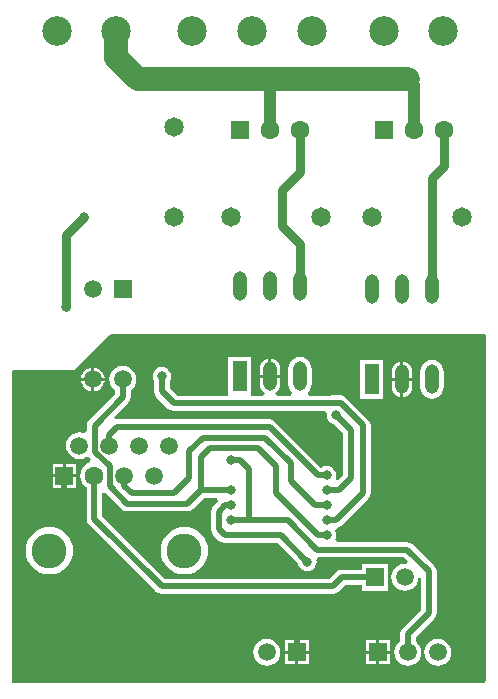
<source format=gbr>
%FSDAX24Y24*%
%MOIN*%
%SFA1B1*%

%IPPOS*%
%ADD16C,0.039400*%
%ADD17C,0.030000*%
%ADD18C,0.020000*%
%ADD19C,0.078700*%
%ADD20R,0.059100X0.059100*%
%ADD21C,0.059100*%
%ADD22R,0.059100X0.059100*%
%ADD23C,0.098400*%
%ADD24C,0.065000*%
%ADD25O,0.047200X0.098400*%
%ADD26R,0.047200X0.098400*%
%ADD27C,0.063000*%
%ADD28R,0.063000X0.063000*%
%ADD29C,0.116100*%
%ADD30C,0.063000*%
%ADD31C,0.059100*%
%ADD32R,0.059100X0.059100*%
%ADD33C,0.031500*%
%ADD37C,0.010000*%
%ADD62C,0.005000*%
%LNde-060418_copper_signal_bot-1*%
%LPD*%
G54D62*
X015775Y000062D02*
X015737Y000025D01*
X000024*
X000025Y010375*
X002110*
X003310Y011575*
X015775*
Y000062*
G54D37*
X015725Y000083D02*
X015716Y000075D01*
X000074*
Y010325*
X002131*
X003331Y011525*
X015725*
Y000083*
G54D18*
X015625Y000124D02*
X015675Y000175D01*
X000174*
Y010225*
X002172*
X003372Y011425*
X015625*
Y000124*
X000180Y000230D02*
X015570D01*
X000180Y000430D02*
X015570D01*
X000180Y000630D02*
X015570D01*
X000180Y000830D02*
X015570D01*
X000180Y001030D02*
X015570D01*
X000180Y001230D02*
X015570D01*
X000180Y001430D02*
X015570D01*
X000180Y001630D02*
X015570D01*
X000180Y001830D02*
X015570D01*
X000180Y002030D02*
X015570D01*
X000180Y002230D02*
X015570D01*
X000180Y002430D02*
X015570D01*
X000180Y002630D02*
X015570D01*
X000180Y002830D02*
X015570D01*
X000180Y003030D02*
X015570D01*
X000180Y003230D02*
X015570D01*
X000180Y003430D02*
X015570D01*
X000180Y003630D02*
X015570D01*
X000180Y003830D02*
X015570D01*
X000180Y004030D02*
X015570D01*
X000180Y004230D02*
X015570D01*
X000180Y004430D02*
X015570D01*
X000180Y004630D02*
X015570D01*
X000180Y004830D02*
X015570D01*
X000180Y005030D02*
X015570D01*
X000180Y005230D02*
X015570D01*
X000180Y005430D02*
X015570D01*
X000180Y005630D02*
X015570D01*
X000180Y005830D02*
X015570D01*
X000180Y006030D02*
X015570D01*
X000180Y006230D02*
X015570D01*
X000180Y006430D02*
X015570D01*
X000180Y006630D02*
X015570D01*
X000180Y006830D02*
X015570D01*
X000180Y007030D02*
X015570D01*
X000180Y007230D02*
X015570D01*
X000180Y007430D02*
X015570D01*
X000180Y007630D02*
X015570D01*
X000180Y007830D02*
X015570D01*
X000180Y008030D02*
X015570D01*
X000180Y008230D02*
X015570D01*
X000180Y008430D02*
X015570D01*
X000180Y008630D02*
X015570D01*
X000180Y008830D02*
X015570D01*
X000180Y009030D02*
X015570D01*
X000180Y009230D02*
X015570D01*
X000180Y009430D02*
X015570D01*
X000180Y009630D02*
X015570D01*
X000180Y009830D02*
X015570D01*
X000180Y010030D02*
X015570D01*
X002230Y010230D02*
X015570D01*
X002430Y010430D02*
X015570D01*
X002630Y010630D02*
X015570D01*
X002830Y010830D02*
X015570D01*
X003030Y011030D02*
X015570D01*
X003230Y011230D02*
X015570D01*
%LNde-060418_copper_signal_bot-2*%
%LPC*%
G36*
X012595Y001395D02*
X012250D01*
Y001050*
X012595*
Y001395*
G37*
G36*
X012150D02*
X011805D01*
Y001050*
X012150*
Y001395*
G37*
G36*
X009895D02*
X009550D01*
Y001050*
X009895*
Y001395*
G37*
G36*
X001250Y005183D02*
X001095Y005168D01*
X000946Y005123*
X000809Y005049*
X000689Y004951*
X000590Y004830*
X000517Y004693*
X000472Y004544*
X000456Y004390*
X000472Y004235*
X000517Y004086*
X000590Y003949*
X000689Y003828*
X000809Y003730*
X000946Y003656*
X001095Y003611*
X001250Y003596*
X001405Y003611*
X001554Y003656*
X001691Y003730*
X001811Y003828*
X001910Y003949*
X001983Y004086*
X002028Y004235*
X002044Y004390*
X002028Y004544*
X001983Y004693*
X001910Y004830*
X001811Y004951*
X001691Y005049*
X001554Y005123*
X001405Y005168*
X001250Y005183*
G37*
G36*
X002145Y006840D02*
X001800D01*
Y006494*
X002145*
Y006840*
G37*
G36*
X001700D02*
X001355D01*
Y006494*
X001700*
Y006840*
G37*
G36*
X005750Y005183D02*
X005595Y005168D01*
X005446Y005123*
X005309Y005049*
X005189Y004951*
X005090Y004830*
X005017Y004693*
X004972Y004544*
X004956Y004390*
X004972Y004235*
X005017Y004086*
X005090Y003949*
X005189Y003828*
X005309Y003730*
X005446Y003656*
X005595Y003611*
X005750Y003596*
X005905Y003611*
X006054Y003656*
X006191Y003730*
X006311Y003828*
X006410Y003949*
X006483Y004086*
X006528Y004235*
X006544Y004390*
X006528Y004544*
X006483Y004693*
X006410Y004830*
X006311Y004951*
X006191Y005049*
X006054Y005123*
X005905Y005168*
X005750Y005183*
G37*
G36*
X009450Y000950D02*
X009105D01*
Y000605*
X009450*
Y000950*
G37*
G36*
X014200Y001449D02*
X014084Y001434D01*
X013975Y001389*
X013882Y001318*
X013811Y001225*
X013766Y001116*
X013751Y001000*
X013766Y000884*
X013811Y000775*
X013882Y000682*
X013975Y000611*
X014084Y000566*
X014200Y000551*
X014316Y000566*
X014425Y000611*
X014518Y000682*
X014589Y000775*
X014634Y000884*
X014649Y001000*
X014634Y001116*
X014589Y001225*
X014518Y001318*
X014425Y001389*
X014316Y001434*
X014200Y001449*
G37*
G36*
X008500D02*
X008384Y001434D01*
X008275Y001389*
X008182Y001318*
X008111Y001225*
X008066Y001116*
X008051Y001000*
X008066Y000884*
X008111Y000775*
X008182Y000682*
X008275Y000611*
X008384Y000566*
X008500Y000551*
X008616Y000566*
X008725Y000611*
X008818Y000682*
X008889Y000775*
X008934Y000884*
X008949Y001000*
X008934Y001116*
X008889Y001225*
X008818Y001318*
X008725Y001389*
X008616Y001434*
X008500Y001449*
G37*
G36*
X009895Y000950D02*
X009550D01*
Y000605*
X009895*
Y000950*
G37*
G36*
X009450Y001395D02*
X009105D01*
Y001050*
X009450*
Y001395*
G37*
G36*
X012595Y000950D02*
X012250D01*
Y000605*
X012595*
Y000950*
G37*
G36*
X012150D02*
X011805D01*
Y000605*
X012150*
Y000950*
G37*
G36*
X002750Y010492D02*
Y010150D01*
X003092*
X003085Y010203*
X003045Y010299*
X002982Y010382*
X002899Y010445*
X002803Y010485*
X002750Y010492*
G37*
G36*
X002650D02*
X002597Y010485D01*
X002501Y010445*
X002418Y010382*
X002355Y010299*
X002315Y010203*
X002308Y010150*
X002650*
Y010492*
G37*
G36*
X003092Y010050D02*
X002750D01*
Y009708*
X002803Y009715*
X002899Y009755*
X002982Y009818*
X003045Y009901*
X003085Y009997*
X003092Y010050*
G37*
G36*
X012950Y010688D02*
X012912Y010683D01*
X012830Y010650*
X012760Y010596*
X012706Y010525*
X012672Y010444*
X012661Y010356*
Y010150*
X012950*
Y010688*
G37*
G36*
X008650Y010788D02*
Y010250D01*
X008939*
Y010456*
X008928Y010544*
X008894Y010625*
X008840Y010696*
X008770Y010750*
X008688Y010783*
X008650Y010788*
G37*
G36*
X008550D02*
X008512Y010783D01*
X008430Y010750*
X008360Y010696*
X008306Y010625*
X008272Y010544*
X008261Y010456*
Y010250*
X008550*
Y010788*
G37*
G36*
X013050Y010688D02*
Y010150D01*
X013339*
Y010356*
X013328Y010444*
X013294Y010525*
X013240Y010596*
X013170Y010650*
X013088Y010683*
X013050Y010688*
G37*
G36*
X002650Y010050D02*
X002308D01*
X002315Y009997*
X002355Y009901*
X002418Y009818*
X002501Y009755*
X002597Y009715*
X002650Y009708*
Y010050*
G37*
G36*
X014000Y010745D02*
X013899Y010732D01*
X013805Y010693*
X013725Y010631*
X013663Y010551*
X013624Y010457*
X013610Y010356*
Y009844*
X013624Y009743*
X013663Y009649*
X013725Y009569*
X013805Y009507*
X013899Y009468*
X014000Y009455*
X014101Y009468*
X014195Y009507*
X014275Y009569*
X014337Y009649*
X014376Y009743*
X014390Y009844*
Y010356*
X014376Y010457*
X014337Y010551*
X014275Y010631*
X014195Y010693*
X014101Y010732*
X014000Y010745*
G37*
G36*
X002145Y007285D02*
X001800D01*
Y006940*
X002145*
Y007285*
G37*
G36*
X001700D02*
X001355D01*
Y006940*
X001700*
Y007285*
G37*
G36*
X012386Y010742D02*
X011614D01*
Y009458*
X012386*
Y010742*
G37*
G36*
X009600Y010845D02*
X009499Y010832D01*
X009405Y010793*
X009325Y010731*
X009263Y010651*
X009224Y010557*
X009210Y010456*
Y009944*
X009224Y009843*
X009263Y009749*
X009325Y009669*
X009342Y009655*
X009309Y009555*
X008824*
X008775Y009644*
Y009655*
X008840Y009704*
X008894Y009775*
X008928Y009856*
X008939Y009944*
Y010150*
X008261*
Y009944*
X008272Y009856*
X008306Y009775*
X008360Y009704*
X008425Y009655*
Y009644*
X008376Y009555*
X008085*
X007986Y009558*
Y009655*
Y010842*
X007214*
Y009655*
Y009558*
X007115Y009555*
X005506*
X005255Y009806*
Y010027*
X005269Y010045*
X005300Y010120*
X005310Y010200*
X005300Y010280*
X005269Y010355*
X005219Y010419*
X005155Y010469*
X005080Y010500*
X005000Y010510*
X004920Y010500*
X004845Y010469*
X004781Y010419*
X004731Y010355*
X004700Y010280*
X004690Y010200*
X004700Y010120*
X004731Y010045*
X004745Y010027*
Y009700*
X004764Y009602*
X004820Y009520*
X005220Y009120*
X005302Y009065*
X005400Y009045*
X010431*
X010496Y008945*
X010490Y008900*
X010500Y008820*
X010531Y008745*
X010581Y008681*
X010645Y008631*
X010720Y008600*
X010742Y008597*
X011045Y008294*
Y006906*
X010871Y006732*
X010787Y006789*
X010800Y006820*
X010810Y006900*
X010800Y006980*
X010769Y007055*
X010719Y007119*
X010655Y007169*
X010580Y007200*
X010500Y007210*
X010420Y007200*
X010345Y007169*
X010327Y007155*
X010306*
X008773Y008688*
X008690Y008743*
X008593Y008762*
X003507*
X003454Y008752*
X003404Y008844*
X003880Y009320*
X003936Y009402*
X003955Y009500*
Y009734*
X004018Y009782*
X004089Y009875*
X004134Y009984*
X004149Y010100*
X004134Y010216*
X004089Y010325*
X004018Y010418*
X003925Y010489*
X003816Y010534*
X003700Y010549*
X003584Y010534*
X003475Y010489*
X003382Y010418*
X003311Y010325*
X003266Y010216*
X003251Y010100*
X003266Y009984*
X003311Y009875*
X003382Y009782*
X003445Y009734*
Y009606*
X002574Y008735*
X002519Y008652*
X002500Y008555*
Y008376*
X002400Y008310*
X002366Y008323*
X002250Y008339*
X002134Y008323*
X002025Y008279*
X001932Y008207*
X001861Y008114*
X001816Y008006*
X001801Y007890*
X001816Y007773*
X001861Y007665*
X001932Y007572*
X002025Y007501*
X002134Y007456*
X002250Y007440*
X002366Y007456*
X002475Y007501*
X002530Y007503*
X002580Y007499*
X002648Y007435*
X002609Y007334*
X002516Y007296*
X002418Y007221*
X002344Y007124*
X002297Y007011*
X002281Y006890*
X002297Y006768*
X002344Y006655*
X002418Y006558*
X002495Y006499*
Y005450*
X002515Y005352*
X002570Y005270*
X004820Y003020*
X004902Y002964*
X005000Y002945*
X010700*
X010798Y002964*
X010880Y003020*
X011106Y003245*
X011655*
Y003055*
X012545*
Y003945*
X011655*
Y003755*
X011000*
X010902Y003735*
X010820Y003680*
X010594Y003455*
X005106*
X003005Y005556*
Y006297*
X003044Y006321*
X003105Y006335*
X003670Y005770*
X003752Y005715*
X003850Y005695*
X005850*
X005948Y005715*
X006030Y005770*
X006406Y006145*
X006843*
X006885Y006045*
X006712Y005873*
X006657Y005790*
X006638Y005693*
Y005107*
X006657Y005010*
X006712Y004927*
X006920Y004720*
X007002Y004665*
X007100Y004645*
X008854*
X009542Y003957*
X009545Y003934*
X009576Y003859*
X009626Y003795*
X009690Y003746*
X009765Y003715*
X009845Y003704*
X009925Y003715*
X010000Y003746*
X010064Y003795*
X010113Y003859*
X010144Y003934*
X010155Y004015*
X010148Y004071*
X010154Y004090*
X010182Y004130*
X010223Y004167*
X013072*
X013203Y004036*
X013156Y003942*
X013100Y003949*
X012984Y003934*
X012875Y003889*
X012782Y003818*
X012711Y003725*
X012666Y003616*
X012651Y003500*
X012666Y003384*
X012711Y003275*
X012782Y003182*
X012875Y003111*
X012984Y003066*
X013100Y003051*
X013216Y003066*
X013325Y003111*
X013418Y003182*
X013489Y003275*
X013534Y003384*
X013545Y003469*
X013645Y003463*
Y002406*
X013020Y001780*
X012965Y001698*
X012945Y001600*
Y001366*
X012882Y001318*
X012811Y001225*
X012766Y001116*
X012751Y001000*
X012766Y000884*
X012811Y000775*
X012882Y000682*
X012975Y000611*
X013084Y000566*
X013200Y000551*
X013316Y000566*
X013425Y000611*
X013518Y000682*
X013589Y000775*
X013634Y000884*
X013649Y001000*
X013634Y001116*
X013589Y001225*
X013518Y001318*
X013455Y001366*
Y001494*
X014080Y002120*
X014136Y002202*
X014155Y002300*
Y003700*
X014136Y003798*
X014080Y003880*
X013358Y004602*
X013276Y004658*
X013178Y004677*
X010842*
X010822Y004696*
X010782Y004777*
X010800Y004820*
X010810Y004900*
X010800Y004980*
X010773Y005045*
X010784Y005086*
X010822Y005150*
X010898Y005165*
X010980Y005220*
X011880Y006120*
X011935Y006202*
X011955Y006300*
Y008576*
X011935Y008674*
X011880Y008756*
X011149Y009488*
X011066Y009543*
X010969Y009562*
X010631*
X010594Y009555*
X009891*
X009858Y009655*
X009875Y009669*
X009937Y009749*
X009976Y009843*
X009990Y009944*
Y010456*
X009976Y010557*
X009937Y010651*
X009875Y010731*
X009795Y010793*
X009701Y010832*
X009600Y010845*
G37*
G36*
X013339Y010050D02*
X013050D01*
Y009512*
X013088Y009517*
X013170Y009550*
X013240Y009604*
X013294Y009675*
X013328Y009756*
X013339Y009844*
Y010050*
G37*
G36*
X012950D02*
X012661D01*
Y009844*
X012672Y009756*
X012706Y009675*
X012760Y009604*
X012830Y009550*
X012912Y009517*
X012950Y009512*
Y010050*
G37*
%LNde-060418_copper_signal_bot-3*%
%LPD*%
G54D16*
X008600Y018400D02*
Y020100D01*
X013200D02*
X013400Y019900D01*
Y018400D02*
Y019900D01*
G54D17*
X014400Y017200D02*
Y018400D01*
X014000Y016800D02*
X014400Y017200D01*
X014000Y013100D02*
Y016800D01*
X009600Y017000D02*
Y018400D01*
X009000Y016400D02*
X009600Y017000D01*
X009000Y015200D02*
Y016400D01*
Y015200D02*
X009600Y014600D01*
Y013200D02*
Y014600D01*
X001800Y012500D02*
Y014900D01*
X002400Y015500*
G54D18*
X008959Y004900D02*
X009845Y004015D01*
X007100Y004900D02*
X008959D01*
X006893Y005107D02*
X007100Y004900D01*
X006893Y005107D02*
Y005693D01*
X007100Y005900*
X007300*
X005900Y006800D02*
Y007700D01*
X005400Y006300D02*
X005900Y006800D01*
X004000Y006300D02*
X005400D01*
X005850Y005950D02*
X006300Y006400D01*
X003850Y005950D02*
X005850D01*
X006300Y006400D02*
X007300D01*
X006607Y007807D02*
X008193D01*
X006300Y007500D02*
X006607Y007807D01*
X006300Y006400D02*
Y007500D01*
X006357Y008157D02*
X008443D01*
X005900Y007700D02*
X006357Y008157D01*
X008593Y008507D02*
X010200Y006900D01*
X003250Y008250D02*
X003507Y008507D01*
X008443Y008157D02*
X009300Y007300D01*
X003270Y006530D02*
X003850Y005950D01*
X008193Y007807D02*
X008800Y007200D01*
X003507Y008507D02*
X008593D01*
X007300Y007400D02*
X007600D01*
X010178Y004422D02*
X013178D01*
X009200Y005400D02*
X010178Y004422D01*
X007300Y005400D02*
X009200D01*
X010200Y004900D02*
X010500D01*
X008800Y006300D02*
X010200Y004900D01*
X008800Y006300D02*
Y007200D01*
X010100Y005900D02*
X010500D01*
X009300Y006700D02*
X010100Y005900D01*
X009300Y006700D02*
Y007300D01*
X010200Y006900D02*
X010500D01*
X010969Y009307D02*
X011700Y008576D01*
X010631Y009307D02*
X010969D01*
X010624Y009300D02*
X010631Y009307D01*
X005400Y009300D02*
X010624D01*
X005000Y009700D02*
X005400Y009300D01*
X011300Y006800D02*
Y008400D01*
X010800Y008900D02*
X011300Y008400D01*
X011700Y006300D02*
Y008576D01*
X010800Y005400D02*
X011700Y006300D01*
X010500Y005400D02*
X010800D01*
X005000Y003200D02*
X010700D01*
X002750Y005450D02*
X005000Y003200D01*
X002750Y005450D02*
Y006890D01*
X003250Y007890D02*
Y008250D01*
X007600Y007400D02*
X007900Y007100D01*
X013200Y001000D02*
Y001600D01*
X013900Y002300*
Y003700*
X002755Y008555D02*
X003700Y009500D01*
Y010100*
X002755Y007684D02*
Y008555D01*
Y007684D02*
X003270Y007200D01*
X003750Y006550D02*
Y006890D01*
Y006550D02*
X004000Y006300D01*
X010500Y006400D02*
X010900D01*
X011300Y006800*
X005000Y009700D02*
Y010200D01*
X013178Y004422D02*
X013900Y003700D01*
X010700Y003200D02*
X011000Y003500D01*
X012100*
X003270Y006530D02*
Y007200D01*
X009500Y001000D02*
Y001700D01*
X009200Y002000D02*
X009500Y001700D01*
X005400Y002000D02*
X009200D01*
X001750Y005650D02*
X005400Y002000D01*
X001750Y005650D02*
Y006890D01*
X007300Y005400D02*
X007900D01*
Y007100*
G54D19*
X008600Y020100D02*
X013200D01*
X003484Y020816D02*
Y021700D01*
Y020816D02*
X004200Y020100D01*
X008600*
G54D20*
X012200Y001000D03*
X012100Y003500D03*
X009500Y001000D03*
G54D21*
X013200Y001000D03*
X014200D03*
X002700Y010100D03*
X003700D03*
X002700Y013100D03*
X013100Y003500D03*
X008500Y001000D03*
G54D22*
X003700Y013100D03*
G54D23*
X001516Y021700D03*
X003484D03*
X010000D03*
X008000D03*
X006000D03*
X014384D03*
X012416D03*
G54D24*
X005400Y018500D03*
Y015500D03*
X010300D03*
X007300D03*
X015000D03*
X012000D03*
G54D25*
X009600Y013200D03*
X008600D03*
X007600D03*
X009600Y010200D03*
X008600D03*
X014000Y013100D03*
X013000D03*
X012000D03*
X014000Y010100D03*
X013000D03*
G54D26*
X007600Y010200D03*
X012000Y010100D03*
G54D27*
X009600Y018400D03*
X008600D03*
X014400D03*
X013400D03*
G54D28*
X007600Y018400D03*
X012400D03*
G54D29*
X005750Y004390D03*
X001250D03*
G54D30*
X002750Y006890D03*
G54D31*
X003750Y006890D03*
X003250Y007890D03*
X004250D03*
X004750Y006890D03*
X002250Y007890D03*
X005250D03*
G54D32*
X001750Y006890D03*
G54D33*
X007300Y007400D03*
X002400Y015500D03*
X001800Y012500D03*
X007300Y006400D03*
Y005400D03*
X010500D03*
Y006400D03*
X010800Y008900D03*
X010500Y006900D03*
Y005900D03*
Y004900D03*
X005000Y010200D03*
X007300Y005900D03*
X009845Y004015D03*
M02*
</source>
